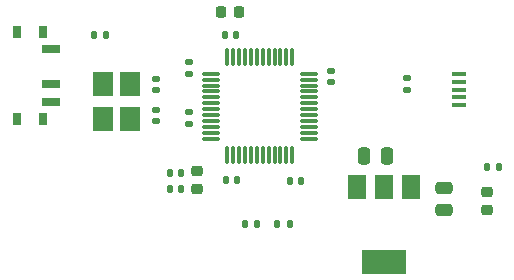
<source format=gbr>
%TF.GenerationSoftware,KiCad,Pcbnew,(6.0.9)*%
%TF.CreationDate,2023-11-06T14:53:44+05:30*%
%TF.ProjectId,Stm32 Tutorial,53746d33-3220-4547-9574-6f7269616c2e,rev?*%
%TF.SameCoordinates,Original*%
%TF.FileFunction,Paste,Top*%
%TF.FilePolarity,Positive*%
%FSLAX46Y46*%
G04 Gerber Fmt 4.6, Leading zero omitted, Abs format (unit mm)*
G04 Created by KiCad (PCBNEW (6.0.9)) date 2023-11-06 14:53:44*
%MOMM*%
%LPD*%
G01*
G04 APERTURE LIST*
G04 Aperture macros list*
%AMRoundRect*
0 Rectangle with rounded corners*
0 $1 Rounding radius*
0 $2 $3 $4 $5 $6 $7 $8 $9 X,Y pos of 4 corners*
0 Add a 4 corners polygon primitive as box body*
4,1,4,$2,$3,$4,$5,$6,$7,$8,$9,$2,$3,0*
0 Add four circle primitives for the rounded corners*
1,1,$1+$1,$2,$3*
1,1,$1+$1,$4,$5*
1,1,$1+$1,$6,$7*
1,1,$1+$1,$8,$9*
0 Add four rect primitives between the rounded corners*
20,1,$1+$1,$2,$3,$4,$5,0*
20,1,$1+$1,$4,$5,$6,$7,0*
20,1,$1+$1,$6,$7,$8,$9,0*
20,1,$1+$1,$8,$9,$2,$3,0*%
G04 Aperture macros list end*
%ADD10R,1.500000X2.000000*%
%ADD11R,3.800000X2.000000*%
%ADD12RoundRect,0.135000X-0.185000X0.135000X-0.185000X-0.135000X0.185000X-0.135000X0.185000X0.135000X0*%
%ADD13RoundRect,0.140000X0.170000X-0.140000X0.170000X0.140000X-0.170000X0.140000X-0.170000X-0.140000X0*%
%ADD14RoundRect,0.135000X-0.135000X-0.185000X0.135000X-0.185000X0.135000X0.185000X-0.135000X0.185000X0*%
%ADD15RoundRect,0.250000X-0.250000X-0.475000X0.250000X-0.475000X0.250000X0.475000X-0.250000X0.475000X0*%
%ADD16RoundRect,0.140000X0.140000X0.170000X-0.140000X0.170000X-0.140000X-0.170000X0.140000X-0.170000X0*%
%ADD17RoundRect,0.140000X-0.170000X0.140000X-0.170000X-0.140000X0.170000X-0.140000X0.170000X0.140000X0*%
%ADD18RoundRect,0.135000X0.135000X0.185000X-0.135000X0.185000X-0.135000X-0.185000X0.135000X-0.185000X0*%
%ADD19RoundRect,0.075000X-0.662500X-0.075000X0.662500X-0.075000X0.662500X0.075000X-0.662500X0.075000X0*%
%ADD20RoundRect,0.075000X-0.075000X-0.662500X0.075000X-0.662500X0.075000X0.662500X-0.075000X0.662500X0*%
%ADD21RoundRect,0.140000X-0.140000X-0.170000X0.140000X-0.170000X0.140000X0.170000X-0.140000X0.170000X0*%
%ADD22RoundRect,0.225000X-0.225000X-0.250000X0.225000X-0.250000X0.225000X0.250000X-0.225000X0.250000X0*%
%ADD23RoundRect,0.218750X-0.256250X0.218750X-0.256250X-0.218750X0.256250X-0.218750X0.256250X0.218750X0*%
%ADD24RoundRect,0.250000X0.475000X-0.250000X0.475000X0.250000X-0.475000X0.250000X-0.475000X-0.250000X0*%
%ADD25R,0.800000X1.000000*%
%ADD26R,1.500000X0.700000*%
%ADD27R,1.300000X0.450000*%
%ADD28R,1.800000X2.100000*%
G04 APERTURE END LIST*
D10*
%TO.C,U1*%
X167800000Y-95850000D03*
X165500000Y-95850000D03*
D11*
X165500000Y-102150000D03*
D10*
X163200000Y-95850000D03*
%TD*%
D12*
%TO.C,R5*%
X167450000Y-86650000D03*
X167450000Y-87670000D03*
%TD*%
D13*
%TO.C,C6*%
X149000000Y-86260000D03*
X149000000Y-85300000D03*
%TD*%
%TO.C,C11*%
X149000000Y-90480000D03*
X149000000Y-89520000D03*
%TD*%
D14*
%TO.C,R4*%
X140980000Y-83000000D03*
X142000000Y-83000000D03*
%TD*%
D15*
%TO.C,C1*%
X163850000Y-93200000D03*
X165750000Y-93200000D03*
%TD*%
D14*
%TO.C,R1*%
X174240000Y-94150000D03*
X175260000Y-94150000D03*
%TD*%
D13*
%TO.C,C3*%
X146200000Y-87630000D03*
X146200000Y-86670000D03*
%TD*%
D16*
%TO.C,C12*%
X148355000Y-94625000D03*
X147395000Y-94625000D03*
%TD*%
D17*
%TO.C,C8*%
X161000000Y-86000000D03*
X161000000Y-86960000D03*
%TD*%
D18*
%TO.C,R3*%
X154775000Y-98975000D03*
X153755000Y-98975000D03*
%TD*%
D19*
%TO.C,U2*%
X150837500Y-86250000D03*
X150837500Y-86750000D03*
X150837500Y-87250000D03*
X150837500Y-87750000D03*
X150837500Y-88250000D03*
X150837500Y-88750000D03*
X150837500Y-89250000D03*
X150837500Y-89750000D03*
X150837500Y-90250000D03*
X150837500Y-90750000D03*
X150837500Y-91250000D03*
X150837500Y-91750000D03*
D20*
X152250000Y-93162500D03*
X152750000Y-93162500D03*
X153250000Y-93162500D03*
X153750000Y-93162500D03*
X154250000Y-93162500D03*
X154750000Y-93162500D03*
X155250000Y-93162500D03*
X155750000Y-93162500D03*
X156250000Y-93162500D03*
X156750000Y-93162500D03*
X157250000Y-93162500D03*
X157750000Y-93162500D03*
D19*
X159162500Y-91750000D03*
X159162500Y-91250000D03*
X159162500Y-90750000D03*
X159162500Y-90250000D03*
X159162500Y-89750000D03*
X159162500Y-89250000D03*
X159162500Y-88750000D03*
X159162500Y-88250000D03*
X159162500Y-87750000D03*
X159162500Y-87250000D03*
X159162500Y-86750000D03*
X159162500Y-86250000D03*
D20*
X157750000Y-84837500D03*
X157250000Y-84837500D03*
X156750000Y-84837500D03*
X156250000Y-84837500D03*
X155750000Y-84837500D03*
X155250000Y-84837500D03*
X154750000Y-84837500D03*
X154250000Y-84837500D03*
X153750000Y-84837500D03*
X153250000Y-84837500D03*
X152750000Y-84837500D03*
X152250000Y-84837500D03*
%TD*%
D16*
%TO.C,C10*%
X158485000Y-95375000D03*
X157525000Y-95375000D03*
%TD*%
D21*
%TO.C,C9*%
X152020000Y-83000000D03*
X152980000Y-83000000D03*
%TD*%
D22*
%TO.C,C5*%
X151725000Y-81000000D03*
X153275000Y-81000000D03*
%TD*%
D13*
%TO.C,C7*%
X146200000Y-90260000D03*
X146200000Y-89300000D03*
%TD*%
D23*
%TO.C,D1*%
X174250000Y-96250000D03*
X174250000Y-97825000D03*
%TD*%
D24*
%TO.C,C2*%
X170600000Y-97800000D03*
X170600000Y-95900000D03*
%TD*%
D16*
%TO.C,C13*%
X148330000Y-96000000D03*
X147370000Y-96000000D03*
%TD*%
D23*
%TO.C,FB1*%
X149725000Y-94475000D03*
X149725000Y-96050000D03*
%TD*%
D14*
%TO.C,R2*%
X156500000Y-99000000D03*
X157520000Y-99000000D03*
%TD*%
D25*
%TO.C,SW1*%
X134445000Y-82750000D03*
X134445000Y-90050000D03*
X136655000Y-90050000D03*
X136655000Y-82750000D03*
D26*
X137305000Y-84150000D03*
X137305000Y-87150000D03*
X137305000Y-88650000D03*
%TD*%
D21*
%TO.C,C4*%
X152145000Y-95275000D03*
X153105000Y-95275000D03*
%TD*%
D27*
%TO.C,J4*%
X171845000Y-88905000D03*
X171845000Y-88255000D03*
X171845000Y-87605000D03*
X171845000Y-86955000D03*
X171845000Y-86305000D03*
%TD*%
D28*
%TO.C,Y1*%
X141700000Y-87150000D03*
X141700000Y-90050000D03*
X144000000Y-90050000D03*
X144000000Y-87150000D03*
%TD*%
M02*

</source>
